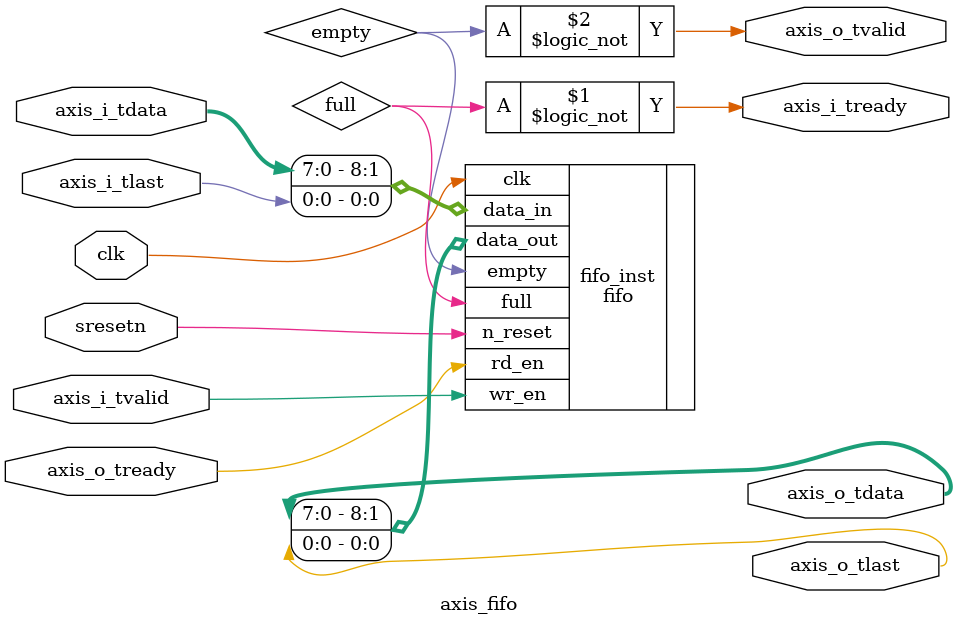
<source format=sv>
module axis_fifo
#(
	parameter AXIS_BYTES = 1,
	parameter DEPTH = 1024
) (
	input clk,
	input sresetn,

	// Input
	output                     axis_i_tready,
	input                      axis_i_tvalid,
	input                      axis_i_tlast,
	input [(AXIS_BYTES*8)-1:0] axis_i_tdata,

	// Output
	input                       axis_o_tready,
	output                      axis_o_tvalid,
	output                      axis_o_tlast,
	output [(AXIS_BYTES*8)-1:0] axis_o_tdata
);

logic full,empty;

assign axis_i_tready = !full;
assign axis_o_tvalid = !empty;
fifo
	#(
		.WIDTH((AXIS_BYTES*8)+1),
		.DEPTH(DEPTH)
	) fifo_inst (
		.clk(clk),
		.n_reset(sresetn),

		.full(full),
		.wr_en(axis_i_tvalid),
		.data_in ({axis_i_tdata, axis_i_tlast}),

		.rd_en(axis_o_tready),
		.empty(empty),
		.data_out ({axis_o_tdata, axis_o_tlast})
	);

endmodule

</source>
